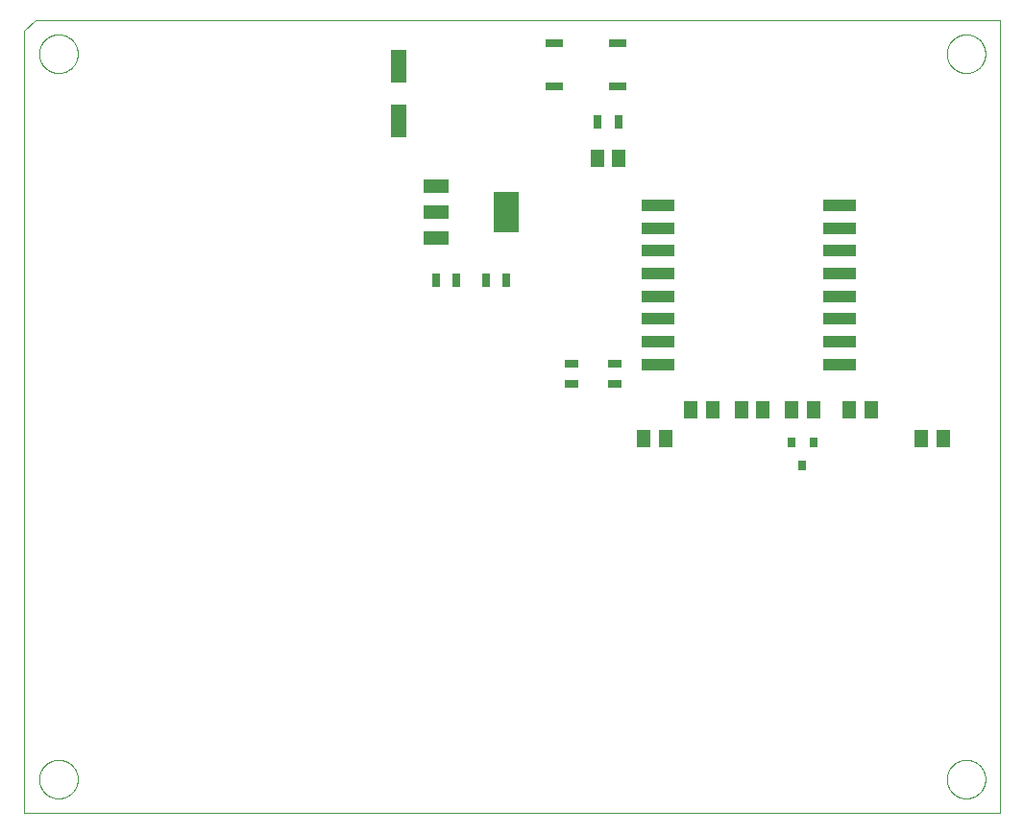
<source format=gtp>
G75*
%MOIN*%
%OFA0B0*%
%FSLAX25Y25*%
%IPPOS*%
%LPD*%
%AMOC8*
5,1,8,0,0,1.08239X$1,22.5*
%
%ADD10C,0.00000*%
%ADD11R,0.05118X0.05906*%
%ADD12R,0.03150X0.04724*%
%ADD13R,0.05512X0.11811*%
%ADD14R,0.03150X0.03543*%
%ADD15R,0.04724X0.03150*%
%ADD16R,0.11811X0.04200*%
%ADD17R,0.06000X0.03000*%
%ADD18R,0.08800X0.04800*%
%ADD19R,0.08661X0.14173*%
D10*
X0035219Y0001892D02*
X0035219Y0273546D01*
X0039156Y0277483D01*
X0373802Y0277483D01*
X0373802Y0001892D01*
X0035219Y0001892D01*
X0040337Y0013703D02*
X0040339Y0013867D01*
X0040345Y0014031D01*
X0040355Y0014195D01*
X0040369Y0014359D01*
X0040387Y0014522D01*
X0040409Y0014685D01*
X0040436Y0014847D01*
X0040466Y0015009D01*
X0040500Y0015169D01*
X0040538Y0015329D01*
X0040579Y0015488D01*
X0040625Y0015646D01*
X0040675Y0015802D01*
X0040728Y0015958D01*
X0040785Y0016112D01*
X0040846Y0016264D01*
X0040911Y0016415D01*
X0040980Y0016565D01*
X0041052Y0016712D01*
X0041127Y0016858D01*
X0041207Y0017002D01*
X0041289Y0017144D01*
X0041375Y0017284D01*
X0041465Y0017421D01*
X0041558Y0017557D01*
X0041654Y0017690D01*
X0041754Y0017821D01*
X0041856Y0017949D01*
X0041962Y0018075D01*
X0042071Y0018198D01*
X0042183Y0018318D01*
X0042297Y0018436D01*
X0042415Y0018550D01*
X0042535Y0018662D01*
X0042658Y0018771D01*
X0042784Y0018877D01*
X0042912Y0018979D01*
X0043043Y0019079D01*
X0043176Y0019175D01*
X0043312Y0019268D01*
X0043449Y0019358D01*
X0043589Y0019444D01*
X0043731Y0019526D01*
X0043875Y0019606D01*
X0044021Y0019681D01*
X0044168Y0019753D01*
X0044318Y0019822D01*
X0044469Y0019887D01*
X0044621Y0019948D01*
X0044775Y0020005D01*
X0044931Y0020058D01*
X0045087Y0020108D01*
X0045245Y0020154D01*
X0045404Y0020195D01*
X0045564Y0020233D01*
X0045724Y0020267D01*
X0045886Y0020297D01*
X0046048Y0020324D01*
X0046211Y0020346D01*
X0046374Y0020364D01*
X0046538Y0020378D01*
X0046702Y0020388D01*
X0046866Y0020394D01*
X0047030Y0020396D01*
X0047194Y0020394D01*
X0047358Y0020388D01*
X0047522Y0020378D01*
X0047686Y0020364D01*
X0047849Y0020346D01*
X0048012Y0020324D01*
X0048174Y0020297D01*
X0048336Y0020267D01*
X0048496Y0020233D01*
X0048656Y0020195D01*
X0048815Y0020154D01*
X0048973Y0020108D01*
X0049129Y0020058D01*
X0049285Y0020005D01*
X0049439Y0019948D01*
X0049591Y0019887D01*
X0049742Y0019822D01*
X0049892Y0019753D01*
X0050039Y0019681D01*
X0050185Y0019606D01*
X0050329Y0019526D01*
X0050471Y0019444D01*
X0050611Y0019358D01*
X0050748Y0019268D01*
X0050884Y0019175D01*
X0051017Y0019079D01*
X0051148Y0018979D01*
X0051276Y0018877D01*
X0051402Y0018771D01*
X0051525Y0018662D01*
X0051645Y0018550D01*
X0051763Y0018436D01*
X0051877Y0018318D01*
X0051989Y0018198D01*
X0052098Y0018075D01*
X0052204Y0017949D01*
X0052306Y0017821D01*
X0052406Y0017690D01*
X0052502Y0017557D01*
X0052595Y0017421D01*
X0052685Y0017284D01*
X0052771Y0017144D01*
X0052853Y0017002D01*
X0052933Y0016858D01*
X0053008Y0016712D01*
X0053080Y0016565D01*
X0053149Y0016415D01*
X0053214Y0016264D01*
X0053275Y0016112D01*
X0053332Y0015958D01*
X0053385Y0015802D01*
X0053435Y0015646D01*
X0053481Y0015488D01*
X0053522Y0015329D01*
X0053560Y0015169D01*
X0053594Y0015009D01*
X0053624Y0014847D01*
X0053651Y0014685D01*
X0053673Y0014522D01*
X0053691Y0014359D01*
X0053705Y0014195D01*
X0053715Y0014031D01*
X0053721Y0013867D01*
X0053723Y0013703D01*
X0053721Y0013539D01*
X0053715Y0013375D01*
X0053705Y0013211D01*
X0053691Y0013047D01*
X0053673Y0012884D01*
X0053651Y0012721D01*
X0053624Y0012559D01*
X0053594Y0012397D01*
X0053560Y0012237D01*
X0053522Y0012077D01*
X0053481Y0011918D01*
X0053435Y0011760D01*
X0053385Y0011604D01*
X0053332Y0011448D01*
X0053275Y0011294D01*
X0053214Y0011142D01*
X0053149Y0010991D01*
X0053080Y0010841D01*
X0053008Y0010694D01*
X0052933Y0010548D01*
X0052853Y0010404D01*
X0052771Y0010262D01*
X0052685Y0010122D01*
X0052595Y0009985D01*
X0052502Y0009849D01*
X0052406Y0009716D01*
X0052306Y0009585D01*
X0052204Y0009457D01*
X0052098Y0009331D01*
X0051989Y0009208D01*
X0051877Y0009088D01*
X0051763Y0008970D01*
X0051645Y0008856D01*
X0051525Y0008744D01*
X0051402Y0008635D01*
X0051276Y0008529D01*
X0051148Y0008427D01*
X0051017Y0008327D01*
X0050884Y0008231D01*
X0050748Y0008138D01*
X0050611Y0008048D01*
X0050471Y0007962D01*
X0050329Y0007880D01*
X0050185Y0007800D01*
X0050039Y0007725D01*
X0049892Y0007653D01*
X0049742Y0007584D01*
X0049591Y0007519D01*
X0049439Y0007458D01*
X0049285Y0007401D01*
X0049129Y0007348D01*
X0048973Y0007298D01*
X0048815Y0007252D01*
X0048656Y0007211D01*
X0048496Y0007173D01*
X0048336Y0007139D01*
X0048174Y0007109D01*
X0048012Y0007082D01*
X0047849Y0007060D01*
X0047686Y0007042D01*
X0047522Y0007028D01*
X0047358Y0007018D01*
X0047194Y0007012D01*
X0047030Y0007010D01*
X0046866Y0007012D01*
X0046702Y0007018D01*
X0046538Y0007028D01*
X0046374Y0007042D01*
X0046211Y0007060D01*
X0046048Y0007082D01*
X0045886Y0007109D01*
X0045724Y0007139D01*
X0045564Y0007173D01*
X0045404Y0007211D01*
X0045245Y0007252D01*
X0045087Y0007298D01*
X0044931Y0007348D01*
X0044775Y0007401D01*
X0044621Y0007458D01*
X0044469Y0007519D01*
X0044318Y0007584D01*
X0044168Y0007653D01*
X0044021Y0007725D01*
X0043875Y0007800D01*
X0043731Y0007880D01*
X0043589Y0007962D01*
X0043449Y0008048D01*
X0043312Y0008138D01*
X0043176Y0008231D01*
X0043043Y0008327D01*
X0042912Y0008427D01*
X0042784Y0008529D01*
X0042658Y0008635D01*
X0042535Y0008744D01*
X0042415Y0008856D01*
X0042297Y0008970D01*
X0042183Y0009088D01*
X0042071Y0009208D01*
X0041962Y0009331D01*
X0041856Y0009457D01*
X0041754Y0009585D01*
X0041654Y0009716D01*
X0041558Y0009849D01*
X0041465Y0009985D01*
X0041375Y0010122D01*
X0041289Y0010262D01*
X0041207Y0010404D01*
X0041127Y0010548D01*
X0041052Y0010694D01*
X0040980Y0010841D01*
X0040911Y0010991D01*
X0040846Y0011142D01*
X0040785Y0011294D01*
X0040728Y0011448D01*
X0040675Y0011604D01*
X0040625Y0011760D01*
X0040579Y0011918D01*
X0040538Y0012077D01*
X0040500Y0012237D01*
X0040466Y0012397D01*
X0040436Y0012559D01*
X0040409Y0012721D01*
X0040387Y0012884D01*
X0040369Y0013047D01*
X0040355Y0013211D01*
X0040345Y0013375D01*
X0040339Y0013539D01*
X0040337Y0013703D01*
X0355298Y0013703D02*
X0355300Y0013867D01*
X0355306Y0014031D01*
X0355316Y0014195D01*
X0355330Y0014359D01*
X0355348Y0014522D01*
X0355370Y0014685D01*
X0355397Y0014847D01*
X0355427Y0015009D01*
X0355461Y0015169D01*
X0355499Y0015329D01*
X0355540Y0015488D01*
X0355586Y0015646D01*
X0355636Y0015802D01*
X0355689Y0015958D01*
X0355746Y0016112D01*
X0355807Y0016264D01*
X0355872Y0016415D01*
X0355941Y0016565D01*
X0356013Y0016712D01*
X0356088Y0016858D01*
X0356168Y0017002D01*
X0356250Y0017144D01*
X0356336Y0017284D01*
X0356426Y0017421D01*
X0356519Y0017557D01*
X0356615Y0017690D01*
X0356715Y0017821D01*
X0356817Y0017949D01*
X0356923Y0018075D01*
X0357032Y0018198D01*
X0357144Y0018318D01*
X0357258Y0018436D01*
X0357376Y0018550D01*
X0357496Y0018662D01*
X0357619Y0018771D01*
X0357745Y0018877D01*
X0357873Y0018979D01*
X0358004Y0019079D01*
X0358137Y0019175D01*
X0358273Y0019268D01*
X0358410Y0019358D01*
X0358550Y0019444D01*
X0358692Y0019526D01*
X0358836Y0019606D01*
X0358982Y0019681D01*
X0359129Y0019753D01*
X0359279Y0019822D01*
X0359430Y0019887D01*
X0359582Y0019948D01*
X0359736Y0020005D01*
X0359892Y0020058D01*
X0360048Y0020108D01*
X0360206Y0020154D01*
X0360365Y0020195D01*
X0360525Y0020233D01*
X0360685Y0020267D01*
X0360847Y0020297D01*
X0361009Y0020324D01*
X0361172Y0020346D01*
X0361335Y0020364D01*
X0361499Y0020378D01*
X0361663Y0020388D01*
X0361827Y0020394D01*
X0361991Y0020396D01*
X0362155Y0020394D01*
X0362319Y0020388D01*
X0362483Y0020378D01*
X0362647Y0020364D01*
X0362810Y0020346D01*
X0362973Y0020324D01*
X0363135Y0020297D01*
X0363297Y0020267D01*
X0363457Y0020233D01*
X0363617Y0020195D01*
X0363776Y0020154D01*
X0363934Y0020108D01*
X0364090Y0020058D01*
X0364246Y0020005D01*
X0364400Y0019948D01*
X0364552Y0019887D01*
X0364703Y0019822D01*
X0364853Y0019753D01*
X0365000Y0019681D01*
X0365146Y0019606D01*
X0365290Y0019526D01*
X0365432Y0019444D01*
X0365572Y0019358D01*
X0365709Y0019268D01*
X0365845Y0019175D01*
X0365978Y0019079D01*
X0366109Y0018979D01*
X0366237Y0018877D01*
X0366363Y0018771D01*
X0366486Y0018662D01*
X0366606Y0018550D01*
X0366724Y0018436D01*
X0366838Y0018318D01*
X0366950Y0018198D01*
X0367059Y0018075D01*
X0367165Y0017949D01*
X0367267Y0017821D01*
X0367367Y0017690D01*
X0367463Y0017557D01*
X0367556Y0017421D01*
X0367646Y0017284D01*
X0367732Y0017144D01*
X0367814Y0017002D01*
X0367894Y0016858D01*
X0367969Y0016712D01*
X0368041Y0016565D01*
X0368110Y0016415D01*
X0368175Y0016264D01*
X0368236Y0016112D01*
X0368293Y0015958D01*
X0368346Y0015802D01*
X0368396Y0015646D01*
X0368442Y0015488D01*
X0368483Y0015329D01*
X0368521Y0015169D01*
X0368555Y0015009D01*
X0368585Y0014847D01*
X0368612Y0014685D01*
X0368634Y0014522D01*
X0368652Y0014359D01*
X0368666Y0014195D01*
X0368676Y0014031D01*
X0368682Y0013867D01*
X0368684Y0013703D01*
X0368682Y0013539D01*
X0368676Y0013375D01*
X0368666Y0013211D01*
X0368652Y0013047D01*
X0368634Y0012884D01*
X0368612Y0012721D01*
X0368585Y0012559D01*
X0368555Y0012397D01*
X0368521Y0012237D01*
X0368483Y0012077D01*
X0368442Y0011918D01*
X0368396Y0011760D01*
X0368346Y0011604D01*
X0368293Y0011448D01*
X0368236Y0011294D01*
X0368175Y0011142D01*
X0368110Y0010991D01*
X0368041Y0010841D01*
X0367969Y0010694D01*
X0367894Y0010548D01*
X0367814Y0010404D01*
X0367732Y0010262D01*
X0367646Y0010122D01*
X0367556Y0009985D01*
X0367463Y0009849D01*
X0367367Y0009716D01*
X0367267Y0009585D01*
X0367165Y0009457D01*
X0367059Y0009331D01*
X0366950Y0009208D01*
X0366838Y0009088D01*
X0366724Y0008970D01*
X0366606Y0008856D01*
X0366486Y0008744D01*
X0366363Y0008635D01*
X0366237Y0008529D01*
X0366109Y0008427D01*
X0365978Y0008327D01*
X0365845Y0008231D01*
X0365709Y0008138D01*
X0365572Y0008048D01*
X0365432Y0007962D01*
X0365290Y0007880D01*
X0365146Y0007800D01*
X0365000Y0007725D01*
X0364853Y0007653D01*
X0364703Y0007584D01*
X0364552Y0007519D01*
X0364400Y0007458D01*
X0364246Y0007401D01*
X0364090Y0007348D01*
X0363934Y0007298D01*
X0363776Y0007252D01*
X0363617Y0007211D01*
X0363457Y0007173D01*
X0363297Y0007139D01*
X0363135Y0007109D01*
X0362973Y0007082D01*
X0362810Y0007060D01*
X0362647Y0007042D01*
X0362483Y0007028D01*
X0362319Y0007018D01*
X0362155Y0007012D01*
X0361991Y0007010D01*
X0361827Y0007012D01*
X0361663Y0007018D01*
X0361499Y0007028D01*
X0361335Y0007042D01*
X0361172Y0007060D01*
X0361009Y0007082D01*
X0360847Y0007109D01*
X0360685Y0007139D01*
X0360525Y0007173D01*
X0360365Y0007211D01*
X0360206Y0007252D01*
X0360048Y0007298D01*
X0359892Y0007348D01*
X0359736Y0007401D01*
X0359582Y0007458D01*
X0359430Y0007519D01*
X0359279Y0007584D01*
X0359129Y0007653D01*
X0358982Y0007725D01*
X0358836Y0007800D01*
X0358692Y0007880D01*
X0358550Y0007962D01*
X0358410Y0008048D01*
X0358273Y0008138D01*
X0358137Y0008231D01*
X0358004Y0008327D01*
X0357873Y0008427D01*
X0357745Y0008529D01*
X0357619Y0008635D01*
X0357496Y0008744D01*
X0357376Y0008856D01*
X0357258Y0008970D01*
X0357144Y0009088D01*
X0357032Y0009208D01*
X0356923Y0009331D01*
X0356817Y0009457D01*
X0356715Y0009585D01*
X0356615Y0009716D01*
X0356519Y0009849D01*
X0356426Y0009985D01*
X0356336Y0010122D01*
X0356250Y0010262D01*
X0356168Y0010404D01*
X0356088Y0010548D01*
X0356013Y0010694D01*
X0355941Y0010841D01*
X0355872Y0010991D01*
X0355807Y0011142D01*
X0355746Y0011294D01*
X0355689Y0011448D01*
X0355636Y0011604D01*
X0355586Y0011760D01*
X0355540Y0011918D01*
X0355499Y0012077D01*
X0355461Y0012237D01*
X0355427Y0012397D01*
X0355397Y0012559D01*
X0355370Y0012721D01*
X0355348Y0012884D01*
X0355330Y0013047D01*
X0355316Y0013211D01*
X0355306Y0013375D01*
X0355300Y0013539D01*
X0355298Y0013703D01*
X0355298Y0265672D02*
X0355300Y0265836D01*
X0355306Y0266000D01*
X0355316Y0266164D01*
X0355330Y0266328D01*
X0355348Y0266491D01*
X0355370Y0266654D01*
X0355397Y0266816D01*
X0355427Y0266978D01*
X0355461Y0267138D01*
X0355499Y0267298D01*
X0355540Y0267457D01*
X0355586Y0267615D01*
X0355636Y0267771D01*
X0355689Y0267927D01*
X0355746Y0268081D01*
X0355807Y0268233D01*
X0355872Y0268384D01*
X0355941Y0268534D01*
X0356013Y0268681D01*
X0356088Y0268827D01*
X0356168Y0268971D01*
X0356250Y0269113D01*
X0356336Y0269253D01*
X0356426Y0269390D01*
X0356519Y0269526D01*
X0356615Y0269659D01*
X0356715Y0269790D01*
X0356817Y0269918D01*
X0356923Y0270044D01*
X0357032Y0270167D01*
X0357144Y0270287D01*
X0357258Y0270405D01*
X0357376Y0270519D01*
X0357496Y0270631D01*
X0357619Y0270740D01*
X0357745Y0270846D01*
X0357873Y0270948D01*
X0358004Y0271048D01*
X0358137Y0271144D01*
X0358273Y0271237D01*
X0358410Y0271327D01*
X0358550Y0271413D01*
X0358692Y0271495D01*
X0358836Y0271575D01*
X0358982Y0271650D01*
X0359129Y0271722D01*
X0359279Y0271791D01*
X0359430Y0271856D01*
X0359582Y0271917D01*
X0359736Y0271974D01*
X0359892Y0272027D01*
X0360048Y0272077D01*
X0360206Y0272123D01*
X0360365Y0272164D01*
X0360525Y0272202D01*
X0360685Y0272236D01*
X0360847Y0272266D01*
X0361009Y0272293D01*
X0361172Y0272315D01*
X0361335Y0272333D01*
X0361499Y0272347D01*
X0361663Y0272357D01*
X0361827Y0272363D01*
X0361991Y0272365D01*
X0362155Y0272363D01*
X0362319Y0272357D01*
X0362483Y0272347D01*
X0362647Y0272333D01*
X0362810Y0272315D01*
X0362973Y0272293D01*
X0363135Y0272266D01*
X0363297Y0272236D01*
X0363457Y0272202D01*
X0363617Y0272164D01*
X0363776Y0272123D01*
X0363934Y0272077D01*
X0364090Y0272027D01*
X0364246Y0271974D01*
X0364400Y0271917D01*
X0364552Y0271856D01*
X0364703Y0271791D01*
X0364853Y0271722D01*
X0365000Y0271650D01*
X0365146Y0271575D01*
X0365290Y0271495D01*
X0365432Y0271413D01*
X0365572Y0271327D01*
X0365709Y0271237D01*
X0365845Y0271144D01*
X0365978Y0271048D01*
X0366109Y0270948D01*
X0366237Y0270846D01*
X0366363Y0270740D01*
X0366486Y0270631D01*
X0366606Y0270519D01*
X0366724Y0270405D01*
X0366838Y0270287D01*
X0366950Y0270167D01*
X0367059Y0270044D01*
X0367165Y0269918D01*
X0367267Y0269790D01*
X0367367Y0269659D01*
X0367463Y0269526D01*
X0367556Y0269390D01*
X0367646Y0269253D01*
X0367732Y0269113D01*
X0367814Y0268971D01*
X0367894Y0268827D01*
X0367969Y0268681D01*
X0368041Y0268534D01*
X0368110Y0268384D01*
X0368175Y0268233D01*
X0368236Y0268081D01*
X0368293Y0267927D01*
X0368346Y0267771D01*
X0368396Y0267615D01*
X0368442Y0267457D01*
X0368483Y0267298D01*
X0368521Y0267138D01*
X0368555Y0266978D01*
X0368585Y0266816D01*
X0368612Y0266654D01*
X0368634Y0266491D01*
X0368652Y0266328D01*
X0368666Y0266164D01*
X0368676Y0266000D01*
X0368682Y0265836D01*
X0368684Y0265672D01*
X0368682Y0265508D01*
X0368676Y0265344D01*
X0368666Y0265180D01*
X0368652Y0265016D01*
X0368634Y0264853D01*
X0368612Y0264690D01*
X0368585Y0264528D01*
X0368555Y0264366D01*
X0368521Y0264206D01*
X0368483Y0264046D01*
X0368442Y0263887D01*
X0368396Y0263729D01*
X0368346Y0263573D01*
X0368293Y0263417D01*
X0368236Y0263263D01*
X0368175Y0263111D01*
X0368110Y0262960D01*
X0368041Y0262810D01*
X0367969Y0262663D01*
X0367894Y0262517D01*
X0367814Y0262373D01*
X0367732Y0262231D01*
X0367646Y0262091D01*
X0367556Y0261954D01*
X0367463Y0261818D01*
X0367367Y0261685D01*
X0367267Y0261554D01*
X0367165Y0261426D01*
X0367059Y0261300D01*
X0366950Y0261177D01*
X0366838Y0261057D01*
X0366724Y0260939D01*
X0366606Y0260825D01*
X0366486Y0260713D01*
X0366363Y0260604D01*
X0366237Y0260498D01*
X0366109Y0260396D01*
X0365978Y0260296D01*
X0365845Y0260200D01*
X0365709Y0260107D01*
X0365572Y0260017D01*
X0365432Y0259931D01*
X0365290Y0259849D01*
X0365146Y0259769D01*
X0365000Y0259694D01*
X0364853Y0259622D01*
X0364703Y0259553D01*
X0364552Y0259488D01*
X0364400Y0259427D01*
X0364246Y0259370D01*
X0364090Y0259317D01*
X0363934Y0259267D01*
X0363776Y0259221D01*
X0363617Y0259180D01*
X0363457Y0259142D01*
X0363297Y0259108D01*
X0363135Y0259078D01*
X0362973Y0259051D01*
X0362810Y0259029D01*
X0362647Y0259011D01*
X0362483Y0258997D01*
X0362319Y0258987D01*
X0362155Y0258981D01*
X0361991Y0258979D01*
X0361827Y0258981D01*
X0361663Y0258987D01*
X0361499Y0258997D01*
X0361335Y0259011D01*
X0361172Y0259029D01*
X0361009Y0259051D01*
X0360847Y0259078D01*
X0360685Y0259108D01*
X0360525Y0259142D01*
X0360365Y0259180D01*
X0360206Y0259221D01*
X0360048Y0259267D01*
X0359892Y0259317D01*
X0359736Y0259370D01*
X0359582Y0259427D01*
X0359430Y0259488D01*
X0359279Y0259553D01*
X0359129Y0259622D01*
X0358982Y0259694D01*
X0358836Y0259769D01*
X0358692Y0259849D01*
X0358550Y0259931D01*
X0358410Y0260017D01*
X0358273Y0260107D01*
X0358137Y0260200D01*
X0358004Y0260296D01*
X0357873Y0260396D01*
X0357745Y0260498D01*
X0357619Y0260604D01*
X0357496Y0260713D01*
X0357376Y0260825D01*
X0357258Y0260939D01*
X0357144Y0261057D01*
X0357032Y0261177D01*
X0356923Y0261300D01*
X0356817Y0261426D01*
X0356715Y0261554D01*
X0356615Y0261685D01*
X0356519Y0261818D01*
X0356426Y0261954D01*
X0356336Y0262091D01*
X0356250Y0262231D01*
X0356168Y0262373D01*
X0356088Y0262517D01*
X0356013Y0262663D01*
X0355941Y0262810D01*
X0355872Y0262960D01*
X0355807Y0263111D01*
X0355746Y0263263D01*
X0355689Y0263417D01*
X0355636Y0263573D01*
X0355586Y0263729D01*
X0355540Y0263887D01*
X0355499Y0264046D01*
X0355461Y0264206D01*
X0355427Y0264366D01*
X0355397Y0264528D01*
X0355370Y0264690D01*
X0355348Y0264853D01*
X0355330Y0265016D01*
X0355316Y0265180D01*
X0355306Y0265344D01*
X0355300Y0265508D01*
X0355298Y0265672D01*
X0040337Y0265672D02*
X0040339Y0265836D01*
X0040345Y0266000D01*
X0040355Y0266164D01*
X0040369Y0266328D01*
X0040387Y0266491D01*
X0040409Y0266654D01*
X0040436Y0266816D01*
X0040466Y0266978D01*
X0040500Y0267138D01*
X0040538Y0267298D01*
X0040579Y0267457D01*
X0040625Y0267615D01*
X0040675Y0267771D01*
X0040728Y0267927D01*
X0040785Y0268081D01*
X0040846Y0268233D01*
X0040911Y0268384D01*
X0040980Y0268534D01*
X0041052Y0268681D01*
X0041127Y0268827D01*
X0041207Y0268971D01*
X0041289Y0269113D01*
X0041375Y0269253D01*
X0041465Y0269390D01*
X0041558Y0269526D01*
X0041654Y0269659D01*
X0041754Y0269790D01*
X0041856Y0269918D01*
X0041962Y0270044D01*
X0042071Y0270167D01*
X0042183Y0270287D01*
X0042297Y0270405D01*
X0042415Y0270519D01*
X0042535Y0270631D01*
X0042658Y0270740D01*
X0042784Y0270846D01*
X0042912Y0270948D01*
X0043043Y0271048D01*
X0043176Y0271144D01*
X0043312Y0271237D01*
X0043449Y0271327D01*
X0043589Y0271413D01*
X0043731Y0271495D01*
X0043875Y0271575D01*
X0044021Y0271650D01*
X0044168Y0271722D01*
X0044318Y0271791D01*
X0044469Y0271856D01*
X0044621Y0271917D01*
X0044775Y0271974D01*
X0044931Y0272027D01*
X0045087Y0272077D01*
X0045245Y0272123D01*
X0045404Y0272164D01*
X0045564Y0272202D01*
X0045724Y0272236D01*
X0045886Y0272266D01*
X0046048Y0272293D01*
X0046211Y0272315D01*
X0046374Y0272333D01*
X0046538Y0272347D01*
X0046702Y0272357D01*
X0046866Y0272363D01*
X0047030Y0272365D01*
X0047194Y0272363D01*
X0047358Y0272357D01*
X0047522Y0272347D01*
X0047686Y0272333D01*
X0047849Y0272315D01*
X0048012Y0272293D01*
X0048174Y0272266D01*
X0048336Y0272236D01*
X0048496Y0272202D01*
X0048656Y0272164D01*
X0048815Y0272123D01*
X0048973Y0272077D01*
X0049129Y0272027D01*
X0049285Y0271974D01*
X0049439Y0271917D01*
X0049591Y0271856D01*
X0049742Y0271791D01*
X0049892Y0271722D01*
X0050039Y0271650D01*
X0050185Y0271575D01*
X0050329Y0271495D01*
X0050471Y0271413D01*
X0050611Y0271327D01*
X0050748Y0271237D01*
X0050884Y0271144D01*
X0051017Y0271048D01*
X0051148Y0270948D01*
X0051276Y0270846D01*
X0051402Y0270740D01*
X0051525Y0270631D01*
X0051645Y0270519D01*
X0051763Y0270405D01*
X0051877Y0270287D01*
X0051989Y0270167D01*
X0052098Y0270044D01*
X0052204Y0269918D01*
X0052306Y0269790D01*
X0052406Y0269659D01*
X0052502Y0269526D01*
X0052595Y0269390D01*
X0052685Y0269253D01*
X0052771Y0269113D01*
X0052853Y0268971D01*
X0052933Y0268827D01*
X0053008Y0268681D01*
X0053080Y0268534D01*
X0053149Y0268384D01*
X0053214Y0268233D01*
X0053275Y0268081D01*
X0053332Y0267927D01*
X0053385Y0267771D01*
X0053435Y0267615D01*
X0053481Y0267457D01*
X0053522Y0267298D01*
X0053560Y0267138D01*
X0053594Y0266978D01*
X0053624Y0266816D01*
X0053651Y0266654D01*
X0053673Y0266491D01*
X0053691Y0266328D01*
X0053705Y0266164D01*
X0053715Y0266000D01*
X0053721Y0265836D01*
X0053723Y0265672D01*
X0053721Y0265508D01*
X0053715Y0265344D01*
X0053705Y0265180D01*
X0053691Y0265016D01*
X0053673Y0264853D01*
X0053651Y0264690D01*
X0053624Y0264528D01*
X0053594Y0264366D01*
X0053560Y0264206D01*
X0053522Y0264046D01*
X0053481Y0263887D01*
X0053435Y0263729D01*
X0053385Y0263573D01*
X0053332Y0263417D01*
X0053275Y0263263D01*
X0053214Y0263111D01*
X0053149Y0262960D01*
X0053080Y0262810D01*
X0053008Y0262663D01*
X0052933Y0262517D01*
X0052853Y0262373D01*
X0052771Y0262231D01*
X0052685Y0262091D01*
X0052595Y0261954D01*
X0052502Y0261818D01*
X0052406Y0261685D01*
X0052306Y0261554D01*
X0052204Y0261426D01*
X0052098Y0261300D01*
X0051989Y0261177D01*
X0051877Y0261057D01*
X0051763Y0260939D01*
X0051645Y0260825D01*
X0051525Y0260713D01*
X0051402Y0260604D01*
X0051276Y0260498D01*
X0051148Y0260396D01*
X0051017Y0260296D01*
X0050884Y0260200D01*
X0050748Y0260107D01*
X0050611Y0260017D01*
X0050471Y0259931D01*
X0050329Y0259849D01*
X0050185Y0259769D01*
X0050039Y0259694D01*
X0049892Y0259622D01*
X0049742Y0259553D01*
X0049591Y0259488D01*
X0049439Y0259427D01*
X0049285Y0259370D01*
X0049129Y0259317D01*
X0048973Y0259267D01*
X0048815Y0259221D01*
X0048656Y0259180D01*
X0048496Y0259142D01*
X0048336Y0259108D01*
X0048174Y0259078D01*
X0048012Y0259051D01*
X0047849Y0259029D01*
X0047686Y0259011D01*
X0047522Y0258997D01*
X0047358Y0258987D01*
X0047194Y0258981D01*
X0047030Y0258979D01*
X0046866Y0258981D01*
X0046702Y0258987D01*
X0046538Y0258997D01*
X0046374Y0259011D01*
X0046211Y0259029D01*
X0046048Y0259051D01*
X0045886Y0259078D01*
X0045724Y0259108D01*
X0045564Y0259142D01*
X0045404Y0259180D01*
X0045245Y0259221D01*
X0045087Y0259267D01*
X0044931Y0259317D01*
X0044775Y0259370D01*
X0044621Y0259427D01*
X0044469Y0259488D01*
X0044318Y0259553D01*
X0044168Y0259622D01*
X0044021Y0259694D01*
X0043875Y0259769D01*
X0043731Y0259849D01*
X0043589Y0259931D01*
X0043449Y0260017D01*
X0043312Y0260107D01*
X0043176Y0260200D01*
X0043043Y0260296D01*
X0042912Y0260396D01*
X0042784Y0260498D01*
X0042658Y0260604D01*
X0042535Y0260713D01*
X0042415Y0260825D01*
X0042297Y0260939D01*
X0042183Y0261057D01*
X0042071Y0261177D01*
X0041962Y0261300D01*
X0041856Y0261426D01*
X0041754Y0261554D01*
X0041654Y0261685D01*
X0041558Y0261818D01*
X0041465Y0261954D01*
X0041375Y0262091D01*
X0041289Y0262231D01*
X0041207Y0262373D01*
X0041127Y0262517D01*
X0041052Y0262663D01*
X0040980Y0262810D01*
X0040911Y0262960D01*
X0040846Y0263111D01*
X0040785Y0263263D01*
X0040728Y0263417D01*
X0040675Y0263573D01*
X0040625Y0263729D01*
X0040579Y0263887D01*
X0040538Y0264046D01*
X0040500Y0264206D01*
X0040466Y0264366D01*
X0040436Y0264528D01*
X0040409Y0264690D01*
X0040387Y0264853D01*
X0040369Y0265016D01*
X0040355Y0265180D01*
X0040345Y0265344D01*
X0040339Y0265508D01*
X0040337Y0265672D01*
D11*
X0233979Y0229392D03*
X0241459Y0229392D03*
X0266479Y0141892D03*
X0273959Y0141892D03*
X0283979Y0141892D03*
X0291459Y0141892D03*
X0301479Y0141892D03*
X0308959Y0141892D03*
X0321479Y0141892D03*
X0328959Y0141892D03*
X0346479Y0131892D03*
X0353959Y0131892D03*
X0257709Y0131892D03*
X0250229Y0131892D03*
D12*
X0202512Y0186892D03*
X0195426Y0186892D03*
X0185012Y0186892D03*
X0177926Y0186892D03*
X0234176Y0241892D03*
X0241262Y0241892D03*
D13*
X0165219Y0242443D03*
X0165219Y0261341D03*
D14*
X0301479Y0130829D03*
X0308959Y0130829D03*
X0305219Y0122561D03*
D15*
X0240219Y0150849D03*
X0240219Y0157935D03*
X0225219Y0157935D03*
X0225219Y0150849D03*
D16*
X0255219Y0157798D03*
X0255219Y0165672D03*
X0255219Y0173546D03*
X0255219Y0181420D03*
X0255219Y0189294D03*
X0255219Y0197168D03*
X0255219Y0205042D03*
X0255219Y0212916D03*
X0318211Y0212916D03*
X0318211Y0205042D03*
X0318211Y0197168D03*
X0318211Y0189294D03*
X0318211Y0181420D03*
X0318211Y0173546D03*
X0318211Y0165672D03*
X0318211Y0157798D03*
D17*
X0241219Y0254392D03*
X0241219Y0269392D03*
X0219219Y0269392D03*
X0219219Y0254392D03*
D18*
X0178019Y0219742D03*
X0178019Y0210642D03*
X0178019Y0201542D03*
D19*
X0202420Y0210642D03*
M02*

</source>
